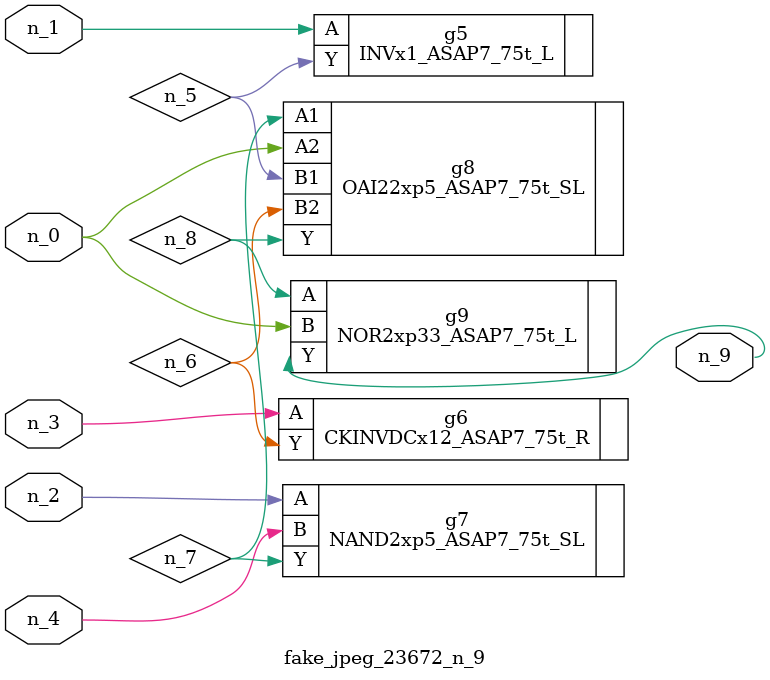
<source format=v>
module fake_jpeg_23672_n_9 (n_3, n_2, n_1, n_0, n_4, n_9);

input n_3;
input n_2;
input n_1;
input n_0;
input n_4;

output n_9;

wire n_8;
wire n_6;
wire n_5;
wire n_7;

INVx1_ASAP7_75t_L g5 ( 
.A(n_1),
.Y(n_5)
);

CKINVDCx12_ASAP7_75t_R g6 ( 
.A(n_3),
.Y(n_6)
);

NAND2xp5_ASAP7_75t_SL g7 ( 
.A(n_2),
.B(n_4),
.Y(n_7)
);

OAI22xp5_ASAP7_75t_SL g8 ( 
.A1(n_7),
.A2(n_0),
.B1(n_5),
.B2(n_6),
.Y(n_8)
);

NOR2xp33_ASAP7_75t_L g9 ( 
.A(n_8),
.B(n_0),
.Y(n_9)
);


endmodule
</source>
